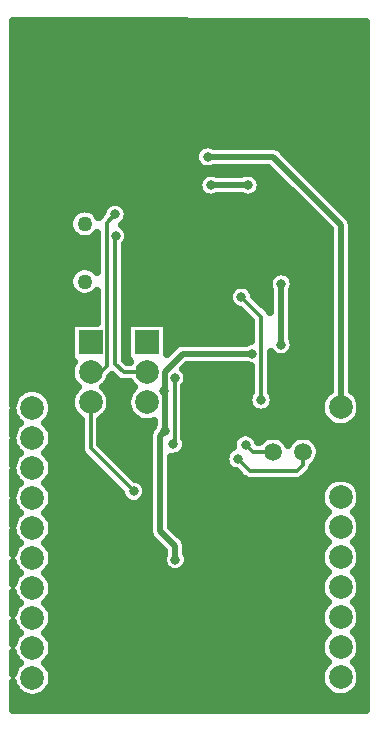
<source format=gbr>
G04 DipTrace 4.0.0.3*
G04 2 - Bottom.gbr*
%MOIN*%
G04 #@! TF.FileFunction,Copper,L2,Bot*
G04 #@! TF.Part,Single*
G04 #@! TA.AperFunction,Conductor*
%ADD13C,0.013386*%
%ADD14C,0.02*%
%ADD20C,0.014016*%
G04 #@! TA.AperFunction,CopperBalancing*
%ADD21C,0.025*%
G04 #@! TA.AperFunction,ComponentPad*
%ADD22C,0.07874*%
%ADD23R,0.07874X0.07874*%
%ADD32C,0.05*%
%ADD33C,0.059055*%
G04 #@! TA.AperFunction,ViaPad*
%ADD34C,0.031496*%
%FSLAX26Y26*%
G04*
G70*
G90*
G75*
G01*
G04 Bottom*
%LPD*%
X948672Y1516829D2*
D13*
Y1299584D1*
X945155Y1296067D1*
X668780Y1435129D2*
Y1283104D1*
X812682Y1139201D1*
X1193240Y2159442D2*
D14*
X1069898D1*
X1304255Y1829600D2*
Y1627117D1*
X1208471Y1597959D2*
X976252D1*
X916259Y1537966D1*
Y1471955D1*
Y1340512D1*
X899625Y1323878D1*
Y1006442D1*
X951052Y955014D1*
Y911398D1*
X913017Y1472189D2*
X916259Y1471955D1*
X1058866Y2253888D2*
X1276365D1*
X1502668Y2027585D1*
Y1418894D1*
X1171596Y1786008D2*
D13*
X1237285Y1720319D1*
Y1443282D1*
X752630Y1990030D2*
X751058Y1988459D1*
Y1563323D1*
X779119Y1535261D1*
X856428D1*
X750466Y2061840D2*
X723252Y2034626D1*
Y1556333D1*
X702047Y1535129D1*
X668780D1*
X1185394Y1293932D2*
D20*
X1210774Y1268551D1*
X1276785D1*
X1159789Y1247025D2*
D13*
X1200038Y1206776D1*
X1356014D1*
X1376785Y1227546D1*
Y1268551D1*
D34*
X948672Y1516829D3*
X945155Y1296067D3*
X1193240Y2159442D3*
X1069898D3*
X1304255Y1829600D3*
Y1627117D3*
X1208471Y1597959D3*
X951052Y911398D3*
X916259Y1340512D3*
X1171596Y1786008D3*
X1237285Y1443282D3*
X752630Y1990030D3*
X750466Y2061840D3*
X1185394Y1293932D3*
X1159789Y1247025D3*
X812682Y1139201D3*
X913017Y1472189D3*
X1058866Y2253888D3*
X412087Y2681511D2*
D21*
X1583622D1*
X412087Y2656642D2*
X1583622D1*
X412087Y2631774D2*
X1583622D1*
X412123Y2606905D2*
X1583658D1*
X412123Y2582036D2*
X1583658D1*
X412123Y2557167D2*
X1583658D1*
X412123Y2532299D2*
X1583658D1*
X412159Y2507430D2*
X1583694D1*
X412159Y2482561D2*
X1583694D1*
X412159Y2457692D2*
X1583694D1*
X412159Y2432823D2*
X1583694D1*
X412195Y2407955D2*
X1583730D1*
X412195Y2383086D2*
X1583730D1*
X412195Y2358217D2*
X1583730D1*
X412195Y2333348D2*
X1583730D1*
X412231Y2308480D2*
X1583766D1*
X412231Y2283611D2*
X1026341D1*
X1300042D2*
X1583766D1*
X412231Y2258742D2*
X1014391D1*
X1325627D2*
X1583766D1*
X412231Y2233873D2*
X1019164D1*
X1350495D2*
X1583766D1*
X412267Y2209005D2*
X1267124D1*
X1375363D2*
X1583766D1*
X412267Y2184136D2*
X1033123D1*
X1229996D2*
X1292027D1*
X1400230D2*
X1583802D1*
X412267Y2159267D2*
X1025157D1*
X1237998D2*
X1316895D1*
X1425098D2*
X1583802D1*
X412267Y2134398D2*
X1033374D1*
X1229744D2*
X1341763D1*
X1449966D2*
X1583802D1*
X412303Y2109530D2*
X1366631D1*
X1474833D2*
X1583802D1*
X412303Y2084661D2*
X712426D1*
X788513D2*
X1391498D1*
X1499701D2*
X1583838D1*
X412303Y2059792D2*
X604486D1*
X795151D2*
X1416366D1*
X1524569D2*
X1583838D1*
X412303Y2034923D2*
X595408D1*
X785534D2*
X1441234D1*
X1540932D2*
X1583838D1*
X412339Y2010054D2*
X599355D1*
X792316D2*
X1463661D1*
X1541650D2*
X1583838D1*
X412339Y1985186D2*
X621890D1*
X797089D2*
X1463661D1*
X1541650D2*
X1583873D1*
X412339Y1960317D2*
X687558D1*
X786754D2*
X1463661D1*
X1541650D2*
X1583873D1*
X412339Y1935448D2*
X687558D1*
X786754D2*
X1463661D1*
X1541650D2*
X1583873D1*
X412374Y1910579D2*
X687558D1*
X786754D2*
X1463661D1*
X1541650D2*
X1583873D1*
X412374Y1885711D2*
X626878D1*
X671494D2*
X687558D1*
X786754D2*
X1463661D1*
X1541650D2*
X1583909D1*
X412374Y1860842D2*
X600467D1*
X786754D2*
X1273332D1*
X1335172D2*
X1463661D1*
X1541650D2*
X1583909D1*
X412374Y1835973D2*
X595264D1*
X786754D2*
X1259983D1*
X1348521D2*
X1463661D1*
X1541650D2*
X1583909D1*
X412410Y1811104D2*
X602907D1*
X786754D2*
X1135106D1*
X1208070D2*
X1263786D1*
X1344717D2*
X1463661D1*
X1541650D2*
X1583909D1*
X412410Y1786236D2*
X687558D1*
X786754D2*
X1126852D1*
X1220809D2*
X1265258D1*
X1343246D2*
X1463661D1*
X1541650D2*
X1583945D1*
X412410Y1761367D2*
X687558D1*
X786754D2*
X1134783D1*
X1245677D2*
X1265258D1*
X1343246D2*
X1463661D1*
X1541650D2*
X1583945D1*
X412410Y1736498D2*
X687558D1*
X786754D2*
X1171672D1*
X1343246D2*
X1463661D1*
X1541650D2*
X1583945D1*
X412446Y1711629D2*
X687558D1*
X786754D2*
X1196540D1*
X1343246D2*
X1463661D1*
X1541650D2*
X1583945D1*
X412446Y1686760D2*
X600431D1*
X924801D2*
X1201599D1*
X1343246D2*
X1463661D1*
X1541650D2*
X1583945D1*
X412446Y1661892D2*
X600431D1*
X924801D2*
X1201599D1*
X1343246D2*
X1463661D1*
X1541650D2*
X1583981D1*
X412446Y1637023D2*
X600431D1*
X924801D2*
X1189901D1*
X1347803D2*
X1463661D1*
X1541650D2*
X1583981D1*
X412482Y1612154D2*
X600431D1*
X1346260D2*
X1463661D1*
X1541650D2*
X1583981D1*
X412482Y1587285D2*
X600431D1*
X1272985D2*
X1287685D1*
X1320819D2*
X1463661D1*
X1541650D2*
X1583981D1*
X412482Y1562417D2*
X606352D1*
X1272985D2*
X1463661D1*
X1541650D2*
X1584017D1*
X412482Y1537548D2*
X600467D1*
X987993D2*
X1201599D1*
X1272985D2*
X1463661D1*
X1541650D2*
X1584017D1*
X412518Y1512679D2*
X604379D1*
X733215D2*
X752257D1*
X993196D2*
X1201599D1*
X1272985D2*
X1463661D1*
X1541650D2*
X1584017D1*
X412518Y1487810D2*
X620455D1*
X717103D2*
X808237D1*
X984368D2*
X1201599D1*
X1272985D2*
X1463661D1*
X1541650D2*
X1584017D1*
X412518Y1462942D2*
X425604D1*
X524333D2*
X606568D1*
X730990D2*
X794170D1*
X984368D2*
X1197401D1*
X1277183D2*
X1451210D1*
X1554138D2*
X1584053D1*
X539763Y1438073D2*
X600467D1*
X737090D2*
X788142D1*
X984368D2*
X1192879D1*
X1281705D2*
X1437143D1*
X1568168D2*
X1584053D1*
X543244Y1413204D2*
X604163D1*
X733394D2*
X791874D1*
X984368D2*
X1205116D1*
X1269432D2*
X1434559D1*
X1570788D2*
X1584053D1*
X536928Y1388335D2*
X619917D1*
X717641D2*
X807698D1*
X984368D2*
X1441808D1*
X1563503D2*
X1584053D1*
X412554Y1363467D2*
X426142D1*
X523795D2*
X633086D1*
X704472D2*
X877278D1*
X984368D2*
X1464594D1*
X1540753D2*
X1584089D1*
X539548Y1338598D2*
X633086D1*
X704472D2*
X863750D1*
X984368D2*
X1584089D1*
X543280Y1313729D2*
X633086D1*
X704472D2*
X860628D1*
X986019D2*
X1145584D1*
X1225223D2*
X1241144D1*
X1312422D2*
X1341153D1*
X1412395D2*
X1584089D1*
X537180Y1288860D2*
X633086D1*
X712438D2*
X860628D1*
X989285D2*
X1140955D1*
X1431485D2*
X1584089D1*
X412590Y1263991D2*
X426680D1*
X523257D2*
X639150D1*
X737306D2*
X860628D1*
X975146D2*
X1118599D1*
X1435110D2*
X1584125D1*
X539369Y1239123D2*
X663336D1*
X762174D2*
X860628D1*
X938616D2*
X1115800D1*
X1426964D2*
X1584125D1*
X543280Y1214254D2*
X688204D1*
X787077D2*
X860628D1*
X938616D2*
X1130620D1*
X1409704D2*
X1584125D1*
X537431Y1189385D2*
X713072D1*
X811945D2*
X860628D1*
X938616D2*
X1168012D1*
X1388066D2*
X1584125D1*
X412626Y1164516D2*
X427218D1*
X522718D2*
X737940D1*
X938616D2*
X1452681D1*
X1552666D2*
X1584125D1*
X539189Y1139648D2*
X762807D1*
X938616D2*
X1437645D1*
X1567666D2*
X1584160D1*
X543316Y1114779D2*
X775726D1*
X938616D2*
X1434452D1*
X1570895D2*
X1584160D1*
X537646Y1089910D2*
X860628D1*
X938616D2*
X1441018D1*
X1564293D2*
X1584160D1*
X412662Y1065041D2*
X427793D1*
X522144D2*
X860628D1*
X938616D2*
X1453183D1*
X1552164D2*
X1584160D1*
X538974Y1040173D2*
X860628D1*
X938616D2*
X1437825D1*
X1567486D2*
X1584196D1*
X543316Y1015304D2*
X860628D1*
X944860D2*
X1434416D1*
X1570931D2*
X1584196D1*
X537897Y990435D2*
X864324D1*
X969728D2*
X1440767D1*
X1564580D2*
X1584196D1*
X412697Y965566D2*
X428367D1*
X521570D2*
X886392D1*
X988495D2*
X1453686D1*
X1551626D2*
X1584196D1*
X538794Y940698D2*
X911260D1*
X990038D2*
X1438004D1*
X1567307D2*
X1584232D1*
X543316Y915829D2*
X906559D1*
X995564D2*
X1434380D1*
X1570967D2*
X1584232D1*
X538113Y890960D2*
X911583D1*
X990505D2*
X1440516D1*
X1564795D2*
X1584232D1*
X412733Y866091D2*
X428941D1*
X520996D2*
X1454224D1*
X1551087D2*
X1584232D1*
X538579Y841222D2*
X1438220D1*
X1567128D2*
X1584268D1*
X543316Y816354D2*
X1434344D1*
X1570967D2*
X1584268D1*
X538328Y791485D2*
X1440265D1*
X1565046D2*
X1584268D1*
X412769Y766616D2*
X429551D1*
X520386D2*
X1454762D1*
X1550549D2*
X1584268D1*
X538364Y741747D2*
X1438399D1*
X1566948D2*
X1584304D1*
X543316Y716879D2*
X1434344D1*
X1571003D2*
X1584304D1*
X538543Y692010D2*
X1440050D1*
X1565298D2*
X1584304D1*
X412805Y667141D2*
X429013D1*
X520888D2*
X1455336D1*
X1550011D2*
X1584304D1*
X538149Y642272D2*
X1438578D1*
X1566733D2*
X1584340D1*
X543316Y617404D2*
X1434308D1*
X1571003D2*
X1584340D1*
X538759Y592535D2*
X1439798D1*
X1565513D2*
X1584340D1*
X412841Y567666D2*
X428438D1*
X521498D2*
X1455910D1*
X1549437D2*
X1584340D1*
X537897Y542797D2*
X1438794D1*
X1566553D2*
X1584340D1*
X543316Y517928D2*
X1434308D1*
X1571039D2*
X1584376D1*
X538974Y493060D2*
X1439583D1*
X1565764D2*
X1584376D1*
X412877Y468191D2*
X427864D1*
X522072D2*
X1458135D1*
X1547212D2*
X1584376D1*
X412877Y443322D2*
X1584376D1*
X412877Y418453D2*
X1584412D1*
X540625Y511482D2*
X539008Y501274D1*
X535815Y491445D1*
X531123Y482237D1*
X525048Y473876D1*
X517740Y466568D1*
X509379Y460493D1*
X500170Y455801D1*
X490341Y452607D1*
X480133Y450990D1*
X469798D1*
X459591Y452607D1*
X449762Y455801D1*
X440553Y460493D1*
X432192Y466568D1*
X424884Y473876D1*
X418809Y482237D1*
X414117Y491445D1*
X410923Y501274D1*
X410368Y504068D1*
X410397Y411405D1*
X1586921Y410515D1*
X1586111Y2704544D1*
X409579Y2706361D1*
X410033Y1427645D1*
X412327Y1437002D1*
X416282Y1446550D1*
X421682Y1455362D1*
X428394Y1463221D1*
X436253Y1469933D1*
X445065Y1475333D1*
X454613Y1479288D1*
X464663Y1481701D1*
X474966Y1482512D1*
X485269Y1481701D1*
X495318Y1479288D1*
X504867Y1475333D1*
X513679Y1469933D1*
X521537Y1463221D1*
X528250Y1455362D1*
X533650Y1446550D1*
X537605Y1437002D1*
X540017Y1426953D1*
X540828Y1416650D1*
X540017Y1406346D1*
X537605Y1396297D1*
X533650Y1386749D1*
X528250Y1377937D1*
X521537Y1370078D1*
X517844Y1366664D1*
X525048Y1359424D1*
X531123Y1351063D1*
X535815Y1341854D1*
X539008Y1332025D1*
X540625Y1321817D1*
Y1311482D1*
X539008Y1301274D1*
X535815Y1291445D1*
X531123Y1282237D1*
X525048Y1273876D1*
X517844Y1266664D1*
X525048Y1259424D1*
X531123Y1251063D1*
X535815Y1241854D1*
X539008Y1232025D1*
X540625Y1221817D1*
Y1211482D1*
X539008Y1201274D1*
X535815Y1191445D1*
X531123Y1182237D1*
X525048Y1173876D1*
X517844Y1166664D1*
X525048Y1159424D1*
X531123Y1151063D1*
X535815Y1141854D1*
X539008Y1132025D1*
X540625Y1121817D1*
Y1111482D1*
X539008Y1101274D1*
X535815Y1091445D1*
X531123Y1082237D1*
X525048Y1073876D1*
X517844Y1066664D1*
X525048Y1059424D1*
X531123Y1051063D1*
X535815Y1041854D1*
X539008Y1032025D1*
X540625Y1021817D1*
Y1011482D1*
X539008Y1001274D1*
X535815Y991445D1*
X531123Y982237D1*
X525048Y973876D1*
X517844Y966664D1*
X525048Y959424D1*
X531123Y951063D1*
X535815Y941854D1*
X539008Y932025D1*
X540625Y921817D1*
Y911482D1*
X539008Y901274D1*
X535815Y891445D1*
X531123Y882237D1*
X525048Y873876D1*
X517844Y866664D1*
X525048Y859424D1*
X531123Y851063D1*
X535815Y841854D1*
X539008Y832025D1*
X540625Y821817D1*
Y811482D1*
X539008Y801274D1*
X535815Y791445D1*
X531123Y782237D1*
X525048Y773876D1*
X517844Y766664D1*
X525048Y759424D1*
X531123Y751063D1*
X535815Y741854D1*
X539008Y732025D1*
X540625Y721817D1*
Y711482D1*
X539008Y701274D1*
X535815Y691445D1*
X531123Y682237D1*
X525048Y673876D1*
X517844Y666664D1*
X525048Y659424D1*
X531123Y651063D1*
X535815Y641854D1*
X539008Y632025D1*
X540625Y621817D1*
Y611482D1*
X539008Y601274D1*
X535815Y591445D1*
X531123Y582237D1*
X525048Y573876D1*
X517844Y566664D1*
X525048Y559424D1*
X531123Y551063D1*
X535815Y541854D1*
X539008Y532025D1*
X540625Y521817D1*
Y511482D1*
X410352Y529152D2*
X412327Y537002D1*
X416282Y546550D1*
X421682Y555362D1*
X428394Y563221D1*
X432088Y566636D1*
X424884Y573876D1*
X418809Y582237D1*
X414117Y591445D1*
X410923Y601274D1*
X410328Y604266D1*
X410355Y529392D1*
X410320Y628993D2*
X412327Y637002D1*
X416282Y646550D1*
X421682Y655362D1*
X428394Y663221D1*
X432088Y666636D1*
X424884Y673876D1*
X418809Y682237D1*
X414117Y691445D1*
X410923Y701274D1*
X410289Y704464D1*
X410319Y629222D1*
X410281Y728795D2*
X412327Y737002D1*
X416282Y746550D1*
X421682Y755362D1*
X428394Y763221D1*
X432088Y766636D1*
X424884Y773876D1*
X418809Y782237D1*
X414117Y791445D1*
X410923Y801274D1*
X410257Y804623D1*
X410283Y729051D1*
X410250Y828637D2*
X412327Y837002D1*
X416282Y846550D1*
X421682Y855362D1*
X428394Y863221D1*
X432088Y866636D1*
X424884Y873876D1*
X418809Y882237D1*
X414117Y891445D1*
X410923Y901274D1*
X410218Y904821D1*
X410248Y828881D1*
X410210Y928439D2*
X412327Y937002D1*
X416282Y946550D1*
X421682Y955362D1*
X428394Y963221D1*
X432088Y966636D1*
X424884Y973876D1*
X418809Y982237D1*
X414117Y991445D1*
X410923Y1001274D1*
X410186Y1004979D1*
X410212Y928711D1*
X410179Y1028280D2*
X412327Y1037002D1*
X416282Y1046550D1*
X421682Y1055362D1*
X428394Y1063221D1*
X432088Y1066636D1*
X424884Y1073876D1*
X418809Y1082237D1*
X414117Y1091445D1*
X410923Y1101274D1*
X410147Y1105178D1*
X410176Y1028469D1*
X410139Y1128082D2*
X412327Y1137002D1*
X416282Y1146550D1*
X421682Y1155362D1*
X428394Y1163221D1*
X432088Y1166636D1*
X424884Y1173876D1*
X418809Y1182237D1*
X414117Y1191445D1*
X410923Y1201274D1*
X410116Y1205336D1*
X410140Y1128299D1*
X410108Y1227924D2*
X412327Y1237002D1*
X416282Y1246550D1*
X421682Y1255362D1*
X428394Y1263221D1*
X432088Y1266636D1*
X424884Y1273876D1*
X418809Y1282237D1*
X414117Y1291445D1*
X410923Y1301274D1*
X410076Y1305534D1*
X410104Y1228057D1*
X410068Y1327725D2*
X412327Y1337002D1*
X416282Y1346550D1*
X421682Y1355362D1*
X428394Y1363221D1*
X432088Y1366636D1*
X424884Y1373876D1*
X418809Y1382237D1*
X414117Y1391445D1*
X410923Y1401274D1*
X410041Y1405289D1*
X410069Y1327887D1*
X1568327Y513726D2*
X1566710Y503518D1*
X1563517Y493689D1*
X1558825Y484481D1*
X1552750Y476120D1*
X1545442Y468812D1*
X1537081Y462737D1*
X1527872Y458045D1*
X1518043Y454851D1*
X1507835Y453235D1*
X1497500D1*
X1487293Y454851D1*
X1477464Y458045D1*
X1468255Y462737D1*
X1459894Y468812D1*
X1452586Y476120D1*
X1446511Y484481D1*
X1441819Y493689D1*
X1438626Y503518D1*
X1437009Y513726D1*
Y524061D1*
X1438626Y534269D1*
X1441819Y544098D1*
X1446511Y553307D1*
X1452586Y561668D1*
X1459790Y568880D1*
X1452586Y576120D1*
X1446511Y584481D1*
X1441819Y593689D1*
X1438626Y603518D1*
X1437009Y613726D1*
Y624061D1*
X1438626Y634269D1*
X1441819Y644098D1*
X1446511Y653307D1*
X1452586Y661668D1*
X1459790Y668880D1*
X1452586Y676120D1*
X1446511Y684481D1*
X1441819Y693689D1*
X1438626Y703518D1*
X1437009Y713726D1*
Y724061D1*
X1438626Y734269D1*
X1441819Y744098D1*
X1446511Y753307D1*
X1452586Y761668D1*
X1459790Y768880D1*
X1452586Y776120D1*
X1446511Y784481D1*
X1441819Y793689D1*
X1438626Y803518D1*
X1437009Y813726D1*
Y824061D1*
X1438626Y834269D1*
X1441819Y844098D1*
X1446511Y853307D1*
X1452586Y861668D1*
X1459790Y868880D1*
X1452586Y876120D1*
X1446511Y884481D1*
X1441819Y893689D1*
X1438626Y903518D1*
X1437009Y913726D1*
Y924061D1*
X1438626Y934269D1*
X1441819Y944098D1*
X1446511Y953307D1*
X1452586Y961668D1*
X1459790Y968880D1*
X1452586Y976120D1*
X1446511Y984481D1*
X1441819Y993689D1*
X1438626Y1003518D1*
X1437009Y1013726D1*
Y1024061D1*
X1438626Y1034269D1*
X1441819Y1044098D1*
X1446511Y1053307D1*
X1452586Y1061668D1*
X1459790Y1068880D1*
X1452586Y1076120D1*
X1446511Y1084481D1*
X1441819Y1093689D1*
X1438626Y1103518D1*
X1437009Y1113726D1*
Y1124061D1*
X1438626Y1134269D1*
X1441819Y1144098D1*
X1446511Y1153307D1*
X1452586Y1161668D1*
X1459894Y1168976D1*
X1468255Y1175050D1*
X1477464Y1179742D1*
X1487293Y1182936D1*
X1497500Y1184553D1*
X1507835D1*
X1518043Y1182936D1*
X1527872Y1179742D1*
X1537081Y1175050D1*
X1545442Y1168976D1*
X1552750Y1161668D1*
X1558825Y1153307D1*
X1563517Y1144098D1*
X1566710Y1134269D1*
X1568327Y1124061D1*
Y1113726D1*
X1566710Y1103518D1*
X1563517Y1093689D1*
X1558825Y1084481D1*
X1552750Y1076120D1*
X1545546Y1068908D1*
X1552750Y1061668D1*
X1558825Y1053307D1*
X1563517Y1044098D1*
X1566710Y1034269D1*
X1568327Y1024061D1*
Y1013726D1*
X1566710Y1003518D1*
X1563517Y993689D1*
X1558825Y984481D1*
X1552750Y976120D1*
X1545546Y968908D1*
X1552750Y961668D1*
X1558825Y953307D1*
X1563517Y944098D1*
X1566710Y934269D1*
X1568327Y924061D1*
Y913726D1*
X1566710Y903518D1*
X1563517Y893689D1*
X1558825Y884481D1*
X1552750Y876120D1*
X1545546Y868908D1*
X1552750Y861668D1*
X1558825Y853307D1*
X1563517Y844098D1*
X1566710Y834269D1*
X1568327Y824061D1*
Y813726D1*
X1566710Y803518D1*
X1563517Y793689D1*
X1558825Y784481D1*
X1552750Y776120D1*
X1545546Y768908D1*
X1552750Y761668D1*
X1558825Y753307D1*
X1563517Y744098D1*
X1566710Y734269D1*
X1568327Y724061D1*
Y713726D1*
X1566710Y703518D1*
X1563517Y693689D1*
X1558825Y684481D1*
X1552750Y676120D1*
X1545546Y668908D1*
X1552750Y661668D1*
X1558825Y653307D1*
X1563517Y644098D1*
X1566710Y634269D1*
X1568327Y624061D1*
Y613726D1*
X1566710Y603518D1*
X1563517Y593689D1*
X1558825Y584481D1*
X1552750Y576120D1*
X1545546Y568908D1*
X1552750Y561668D1*
X1558825Y553307D1*
X1563517Y544098D1*
X1566710Y534269D1*
X1568327Y524061D1*
Y513726D1*
Y1413726D2*
X1566710Y1403518D1*
X1563517Y1393689D1*
X1558825Y1384481D1*
X1552750Y1376120D1*
X1545442Y1368812D1*
X1537081Y1362737D1*
X1527872Y1358045D1*
X1518043Y1354851D1*
X1507835Y1353235D1*
X1497500D1*
X1487293Y1354851D1*
X1477464Y1358045D1*
X1468255Y1362737D1*
X1459894Y1368812D1*
X1452586Y1376120D1*
X1446511Y1384481D1*
X1441819Y1393689D1*
X1438626Y1403518D1*
X1437009Y1413726D1*
Y1424061D1*
X1438626Y1434269D1*
X1441819Y1444098D1*
X1446511Y1453307D1*
X1452586Y1461668D1*
X1459894Y1468976D1*
X1466189Y1473670D1*
X1466176Y2012490D1*
X1261268Y2217377D1*
X1080167Y2217396D1*
X1075031Y2214864D1*
X1068727Y2212815D1*
X1062180Y2211779D1*
X1055552D1*
X1049005Y2212815D1*
X1042702Y2214864D1*
X1036796Y2217873D1*
X1031433Y2221769D1*
X1026746Y2226456D1*
X1022850Y2231818D1*
X1019841Y2237724D1*
X1017793Y2244028D1*
X1016756Y2250574D1*
Y2257203D1*
X1017793Y2263749D1*
X1019841Y2270053D1*
X1022850Y2275959D1*
X1026746Y2281321D1*
X1031433Y2286008D1*
X1036796Y2289904D1*
X1042702Y2292913D1*
X1049005Y2294962D1*
X1055552Y2295998D1*
X1062180D1*
X1068727Y2294962D1*
X1075031Y2292913D1*
X1080089Y2290379D1*
X1279228Y2290268D1*
X1284884Y2289372D1*
X1290330Y2287603D1*
X1295432Y2285003D1*
X1300065Y2281637D1*
X1334438Y2247423D1*
X1530417Y2051285D1*
X1533783Y2046653D1*
X1536382Y2041550D1*
X1538152Y2036104D1*
X1539048Y2030449D1*
X1539160Y1981617D1*
Y1473749D1*
X1545442Y1468976D1*
X1552750Y1461668D1*
X1558825Y1453307D1*
X1563517Y1444098D1*
X1566710Y1434269D1*
X1568327Y1424061D1*
Y1413726D1*
X612104Y1700991D2*
X690080D1*
X690067Y1806852D1*
X685605Y1801769D1*
X679461Y1796522D1*
X672571Y1792300D1*
X665106Y1789208D1*
X657249Y1787322D1*
X649194Y1786688D1*
X641139Y1787322D1*
X633282Y1789208D1*
X625817Y1792300D1*
X618928Y1796522D1*
X612784Y1801769D1*
X607536Y1807913D1*
X603314Y1814803D1*
X600222Y1822268D1*
X598336Y1830125D1*
X597702Y1838180D1*
X598336Y1846235D1*
X600222Y1854092D1*
X603314Y1861557D1*
X607536Y1868446D1*
X612784Y1874590D1*
X618928Y1879838D1*
X625817Y1884060D1*
X633282Y1887152D1*
X641139Y1889038D1*
X649194Y1889672D1*
X657249Y1889038D1*
X665106Y1887152D1*
X672571Y1884060D1*
X679461Y1879838D1*
X685605Y1874590D1*
X690060Y1869451D1*
X690067Y1998976D1*
X685605Y1993895D1*
X679461Y1988648D1*
X672571Y1984426D1*
X665106Y1981334D1*
X657249Y1979448D1*
X649194Y1978814D1*
X641139Y1979448D1*
X633282Y1981334D1*
X625817Y1984426D1*
X618928Y1988648D1*
X612784Y1993895D1*
X607536Y2000039D1*
X603314Y2006929D1*
X600222Y2014394D1*
X598336Y2022251D1*
X597702Y2030306D1*
X598336Y2038361D1*
X600222Y2046218D1*
X603314Y2053683D1*
X607536Y2060572D1*
X612784Y2066716D1*
X618928Y2071964D1*
X625817Y2076186D1*
X633282Y2079278D1*
X641139Y2081164D1*
X649194Y2081798D1*
X657249Y2081164D1*
X665106Y2079278D1*
X672571Y2076186D1*
X679461Y2071964D1*
X685605Y2066716D1*
X690852Y2060572D1*
X695074Y2053683D1*
X695477Y2052808D1*
X699794Y2058098D1*
X708544Y2066849D1*
X709393Y2071701D1*
X711441Y2078005D1*
X714450Y2083910D1*
X718346Y2089273D1*
X723033Y2093960D1*
X728395Y2097856D1*
X734301Y2100865D1*
X740605Y2102913D1*
X747152Y2103950D1*
X753780D1*
X760327Y2102913D1*
X766630Y2100865D1*
X772536Y2097856D1*
X777899Y2093960D1*
X782586Y2089273D1*
X786482Y2083910D1*
X789491Y2078005D1*
X791539Y2071701D1*
X792576Y2065154D1*
Y2058526D1*
X791539Y2051979D1*
X789491Y2045675D1*
X786482Y2039769D1*
X782586Y2034407D1*
X777899Y2029720D1*
X773732Y2026623D1*
X780063Y2022150D1*
X784750Y2017463D1*
X788646Y2012101D1*
X791655Y2006195D1*
X793703Y1999891D1*
X794740Y1993344D1*
Y1986716D1*
X793703Y1980169D1*
X791655Y1973866D1*
X788646Y1967960D1*
X784248Y1962055D1*
X784243Y1577063D1*
X790546Y1570765D1*
X793681Y1569399D1*
X791917D1*
X799512Y1568446D1*
X790566Y1587772D1*
Y1701123D1*
X922290D1*
X922437Y1595752D1*
X952552Y1625708D1*
X957185Y1629074D1*
X962287Y1631674D1*
X967733Y1633443D1*
X973389Y1634339D1*
X1021929Y1634452D1*
X1187176D1*
X1192307Y1636984D1*
X1198610Y1639032D1*
X1204089Y1639943D1*
X1204100Y1706541D1*
X1166627Y1744046D1*
X1161735Y1744935D1*
X1155431Y1746983D1*
X1149525Y1749992D1*
X1144163Y1753888D1*
X1139476Y1758575D1*
X1135580Y1763937D1*
X1132571Y1769843D1*
X1130523Y1776147D1*
X1129486Y1782694D1*
Y1789322D1*
X1130523Y1795869D1*
X1132571Y1802172D1*
X1135580Y1808078D1*
X1139476Y1813441D1*
X1144163Y1818128D1*
X1149525Y1822024D1*
X1155431Y1825033D1*
X1161735Y1827081D1*
X1168282Y1828118D1*
X1174910D1*
X1181457Y1827081D1*
X1187760Y1825033D1*
X1193666Y1822024D1*
X1199029Y1818128D1*
X1203715Y1813441D1*
X1207611Y1808078D1*
X1210621Y1802172D1*
X1212669Y1795869D1*
X1213503Y1791033D1*
X1262519Y1741871D1*
X1265580Y1737658D1*
X1266857Y1735375D1*
X1267762Y1737370D1*
Y1808313D1*
X1265230Y1813435D1*
X1263182Y1819739D1*
X1262145Y1826286D1*
Y1832914D1*
X1263182Y1839461D1*
X1265230Y1845764D1*
X1268239Y1851670D1*
X1272135Y1857033D1*
X1276822Y1861719D1*
X1282184Y1865615D1*
X1288090Y1868625D1*
X1294394Y1870673D1*
X1300940Y1871710D1*
X1307569D1*
X1314115Y1870673D1*
X1320419Y1868625D1*
X1326325Y1865615D1*
X1331687Y1861719D1*
X1336374Y1857033D1*
X1340270Y1851670D1*
X1343279Y1845764D1*
X1345328Y1839461D1*
X1346365Y1832914D1*
Y1826286D1*
X1345328Y1819739D1*
X1343279Y1813435D1*
X1340745Y1808377D1*
X1340747Y1648403D1*
X1343279Y1643281D1*
X1345328Y1636978D1*
X1346365Y1630431D1*
Y1623803D1*
X1345328Y1617256D1*
X1343279Y1610952D1*
X1340270Y1605046D1*
X1336374Y1599684D1*
X1331687Y1594997D1*
X1326325Y1591101D1*
X1320419Y1588092D1*
X1314115Y1586044D1*
X1307569Y1585007D1*
X1300940D1*
X1294394Y1586044D1*
X1288090Y1588092D1*
X1282184Y1591101D1*
X1276822Y1594997D1*
X1272135Y1599684D1*
X1270475Y1601790D1*
X1270470Y1469404D1*
X1273300Y1465353D1*
X1276310Y1459447D1*
X1278358Y1453143D1*
X1279395Y1446596D1*
Y1439968D1*
X1278358Y1433421D1*
X1276310Y1427118D1*
X1273300Y1421212D1*
X1269404Y1415849D1*
X1264718Y1411162D1*
X1259355Y1407266D1*
X1253449Y1404257D1*
X1247146Y1402209D1*
X1240599Y1401172D1*
X1233971D1*
X1227424Y1402209D1*
X1221120Y1404257D1*
X1215214Y1407266D1*
X1209852Y1411162D1*
X1205165Y1415849D1*
X1201269Y1421212D1*
X1198260Y1427118D1*
X1196212Y1433421D1*
X1195175Y1439968D1*
Y1446596D1*
X1196212Y1453143D1*
X1198260Y1459447D1*
X1201269Y1465353D1*
X1204098Y1469362D1*
X1204100Y1555971D1*
X1198610Y1556886D1*
X1192307Y1558935D1*
X1187248Y1561469D1*
X991375Y1561467D1*
X977559Y1547658D1*
X982845Y1541658D1*
X986308Y1536006D1*
X988845Y1529882D1*
X990392Y1523437D1*
X990912Y1516829D1*
X990392Y1510222D1*
X988845Y1503776D1*
X986308Y1497653D1*
X982845Y1492001D1*
X981858Y1490750D1*
X981857Y1316981D1*
X984180Y1312232D1*
X986228Y1305928D1*
X987265Y1299381D1*
Y1292753D1*
X986228Y1286206D1*
X984180Y1279902D1*
X981171Y1273997D1*
X977275Y1268634D1*
X972588Y1263947D1*
X967225Y1260051D1*
X961319Y1257042D1*
X955016Y1254994D1*
X948469Y1253957D1*
X941841D1*
X936120Y1254830D1*
X936117Y1021564D1*
X978801Y978714D1*
X982167Y974082D1*
X984767Y968979D1*
X986536Y963533D1*
X987432Y957878D1*
X987545Y932638D1*
X990077Y927562D1*
X992126Y921258D1*
X993162Y914712D1*
Y908084D1*
X992126Y901537D1*
X990077Y895233D1*
X987068Y889327D1*
X983172Y883965D1*
X978485Y879278D1*
X973123Y875382D1*
X967217Y872373D1*
X960913Y870325D1*
X954367Y869288D1*
X947738D1*
X941192Y870325D1*
X934888Y872373D1*
X928982Y875382D1*
X923620Y879278D1*
X918933Y883965D1*
X915037Y889327D1*
X912028Y895233D1*
X909979Y901537D1*
X908943Y908084D1*
Y914712D1*
X909979Y921258D1*
X912028Y927562D1*
X914562Y932620D1*
X914560Y939875D1*
X871876Y982742D1*
X868510Y987375D1*
X865910Y992477D1*
X864141Y997923D1*
X863245Y1003579D1*
X863132Y1052005D1*
X863245Y1326741D1*
X864141Y1332397D1*
X865910Y1337843D1*
X868510Y1342945D1*
X871876Y1347578D1*
X873829Y1349689D1*
X876086Y1353565D1*
X878622Y1359688D1*
X879768Y1361734D1*
X879766Y1373692D1*
X871803Y1371219D1*
X861595Y1369602D1*
X851260D1*
X841053Y1371219D1*
X831223Y1374412D1*
X822015Y1379104D1*
X813654Y1385179D1*
X806346Y1392487D1*
X800271Y1400848D1*
X795579Y1410057D1*
X792385Y1419886D1*
X790769Y1430094D1*
Y1440429D1*
X792385Y1450636D1*
X795579Y1460466D1*
X800271Y1469674D1*
X806346Y1478035D1*
X813550Y1485247D1*
X806346Y1492487D1*
X800271Y1500848D1*
X799590Y1502064D1*
X776516Y1502178D1*
X771373Y1502993D1*
X766420Y1504602D1*
X761780Y1506966D1*
X757567Y1510027D1*
X740646Y1526804D1*
X732561Y1518711D1*
X729628Y1509924D1*
X724936Y1500716D1*
X718862Y1492355D1*
X711657Y1485143D1*
X718862Y1477903D1*
X724936Y1469542D1*
X729628Y1460333D1*
X732822Y1450504D1*
X734439Y1440296D1*
Y1429961D1*
X732822Y1419753D1*
X729628Y1409924D1*
X724936Y1400716D1*
X718862Y1392355D1*
X711554Y1385047D1*
X703192Y1378972D1*
X701976Y1378291D1*
X701965Y1296818D1*
X817663Y1181151D1*
X822543Y1180274D1*
X828847Y1178226D1*
X834753Y1175216D1*
X840115Y1171320D1*
X844802Y1166634D1*
X848698Y1161271D1*
X851707Y1155365D1*
X853755Y1149062D1*
X854792Y1142515D1*
Y1135887D1*
X853755Y1129340D1*
X851707Y1123036D1*
X848698Y1117130D1*
X844802Y1111768D1*
X840115Y1107081D1*
X834753Y1103185D1*
X828847Y1100176D1*
X822543Y1098128D1*
X815997Y1097091D1*
X809368D1*
X802822Y1098128D1*
X796518Y1100176D1*
X790612Y1103185D1*
X785250Y1107081D1*
X780563Y1111768D1*
X776667Y1117130D1*
X773658Y1123036D1*
X771609Y1129340D1*
X770775Y1134175D1*
X643545Y1261552D1*
X640485Y1265765D1*
X638121Y1270404D1*
X636511Y1275357D1*
X635697Y1280500D1*
X635594Y1337481D1*
Y1378210D1*
X630067Y1381845D1*
X622208Y1388557D1*
X615496Y1396416D1*
X610096Y1405228D1*
X606141Y1414776D1*
X603728Y1424825D1*
X602917Y1435129D1*
X603728Y1445432D1*
X606141Y1455481D1*
X610096Y1465029D1*
X615496Y1473841D1*
X622208Y1481700D1*
X625902Y1485115D1*
X618698Y1492355D1*
X612623Y1500716D1*
X607931Y1509924D1*
X604737Y1519753D1*
X603120Y1529961D1*
Y1540296D1*
X604737Y1550504D1*
X607931Y1560333D1*
X612475Y1569277D1*
X602917Y1569266D1*
Y1700991D1*
X612104D1*
X790566Y1570727D2*
Y1587772D1*
X1432632Y1264156D2*
X1431257Y1255474D1*
X1428540Y1247113D1*
X1424549Y1239281D1*
X1419382Y1232169D1*
X1413167Y1225953D1*
X1409698Y1223221D1*
X1408346Y1217291D1*
X1406353Y1212480D1*
X1403632Y1208040D1*
X1400243Y1204074D1*
X1377566Y1181541D1*
X1373354Y1178481D1*
X1368714Y1176117D1*
X1363761Y1174507D1*
X1358618Y1173693D1*
X1301417Y1173590D1*
X1197434Y1173693D1*
X1192291Y1174507D1*
X1187339Y1176117D1*
X1182699Y1178481D1*
X1178486Y1181541D1*
X1154818Y1205065D1*
X1149928Y1205952D1*
X1143624Y1208000D1*
X1137718Y1211009D1*
X1132356Y1214905D1*
X1127669Y1219592D1*
X1123773Y1224955D1*
X1120764Y1230860D1*
X1118716Y1237164D1*
X1117679Y1243711D1*
Y1250339D1*
X1118716Y1256886D1*
X1120764Y1263190D1*
X1123773Y1269095D1*
X1127669Y1274458D1*
X1132356Y1279145D1*
X1137718Y1283041D1*
X1143879Y1286144D1*
X1143154Y1293932D1*
X1143674Y1300540D1*
X1145221Y1306985D1*
X1147757Y1313108D1*
X1151221Y1318760D1*
X1155525Y1323800D1*
X1160566Y1328105D1*
X1166217Y1331568D1*
X1172341Y1334105D1*
X1178786Y1335652D1*
X1185394Y1336172D1*
X1192002Y1335652D1*
X1198447Y1334105D1*
X1204570Y1331568D1*
X1210222Y1328105D1*
X1215262Y1323800D1*
X1219567Y1318760D1*
X1223030Y1313108D1*
X1225566Y1306985D1*
X1226813Y1302052D1*
X1231908Y1302051D1*
X1237173Y1308163D1*
X1243857Y1313872D1*
X1251352Y1318465D1*
X1259474Y1321829D1*
X1268021Y1323881D1*
X1276785Y1324571D1*
X1285548Y1323881D1*
X1294096Y1321829D1*
X1302217Y1318465D1*
X1309712Y1313872D1*
X1316397Y1308163D1*
X1322106Y1301479D1*
X1326778Y1293812D1*
X1331464Y1301479D1*
X1337173Y1308163D1*
X1343857Y1313872D1*
X1351352Y1318465D1*
X1359474Y1321829D1*
X1368021Y1323881D1*
X1376785Y1324571D1*
X1385548Y1323881D1*
X1394096Y1321829D1*
X1402217Y1318465D1*
X1409712Y1313872D1*
X1416397Y1308163D1*
X1422106Y1301479D1*
X1426699Y1293984D1*
X1430063Y1285862D1*
X1432115Y1277315D1*
X1432804Y1268551D1*
X1432632Y1264156D1*
X1171978Y2122950D2*
X1091167D1*
X1086062Y2120417D1*
X1079758Y2118369D1*
X1073212Y2117332D1*
X1066584D1*
X1060037Y2118369D1*
X1053733Y2120417D1*
X1047827Y2123427D1*
X1042465Y2127323D1*
X1037778Y2132009D1*
X1033882Y2137372D1*
X1030873Y2143278D1*
X1028825Y2149581D1*
X1027788Y2156128D1*
Y2162756D1*
X1028825Y2169303D1*
X1030873Y2175607D1*
X1033882Y2181513D1*
X1037778Y2186875D1*
X1042465Y2191562D1*
X1047827Y2195458D1*
X1053733Y2198467D1*
X1060037Y2200515D1*
X1066584Y2201552D1*
X1073212D1*
X1079758Y2200515D1*
X1086062Y2198467D1*
X1091120Y2195933D1*
X1171971Y2195934D1*
X1177076Y2198467D1*
X1183379Y2200515D1*
X1189926Y2201552D1*
X1196554D1*
X1203101Y2200515D1*
X1209405Y2198467D1*
X1215311Y2195458D1*
X1220673Y2191562D1*
X1225360Y2186875D1*
X1229256Y2181513D1*
X1232265Y2175607D1*
X1234313Y2169303D1*
X1235350Y2162756D1*
Y2156128D1*
X1234313Y2149581D1*
X1232265Y2143278D1*
X1229256Y2137372D1*
X1225360Y2132009D1*
X1220673Y2127323D1*
X1215311Y2123427D1*
X1209405Y2120417D1*
X1203101Y2118369D1*
X1196554Y2117332D1*
X1189926D1*
X1183379Y2118369D1*
X1177076Y2120417D1*
X1172018Y2122952D1*
D22*
X474966Y516650D3*
Y616650D3*
Y716650D3*
Y816650D3*
Y916650D3*
Y1016650D3*
Y1116650D3*
Y1216650D3*
Y1316650D3*
Y1416650D3*
X1502668Y518894D3*
Y618894D3*
Y718894D3*
Y818894D3*
Y918894D3*
Y1018894D3*
Y1118894D3*
Y1218894D3*
Y1318894D3*
Y1418894D3*
D23*
X668780Y1635129D3*
D22*
Y1535129D3*
Y1435129D3*
D23*
X856428Y1635261D3*
D22*
Y1535261D3*
Y1435261D3*
D32*
X649194Y1838180D3*
Y2030306D3*
D33*
X1376785Y1268551D3*
X1276785D3*
M02*

</source>
